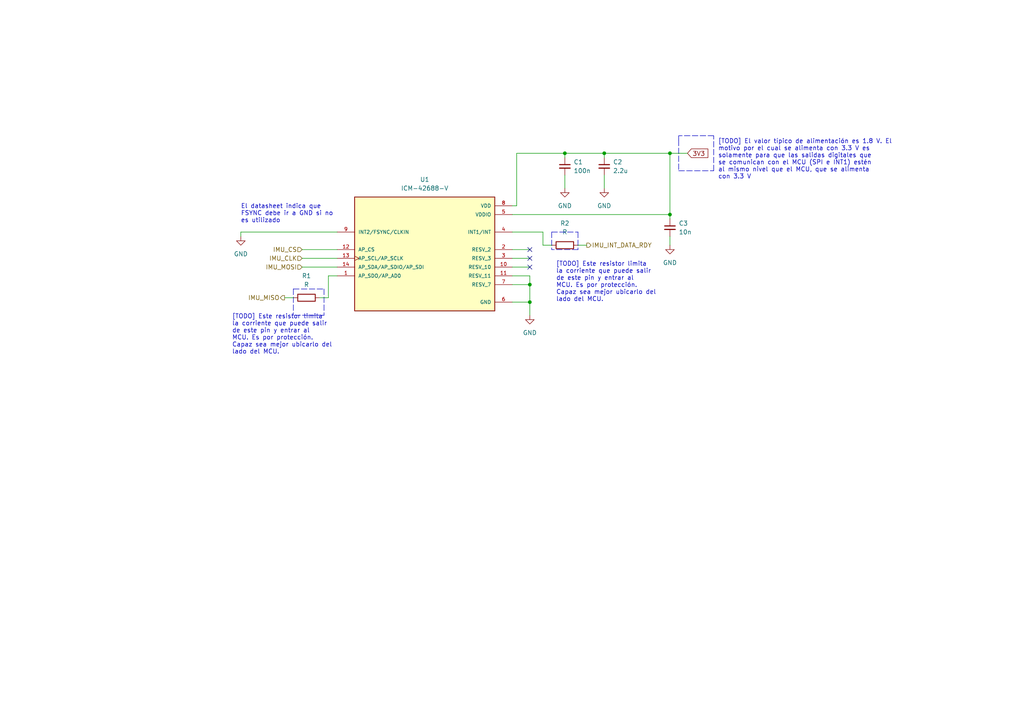
<source format=kicad_sch>
(kicad_sch (version 20211123) (generator eeschema)
  (paper "A4")
  (lib_symbols
    (symbol "Device:C_Small" (pin_numbers hide) (pin_names (offset 0.254) hide)
      (property "Reference" "C" (at 0.254 1.778 0))
      (property "Value" "C_Small" (at 0.254 -2.032 0))
      (symbol "C_Small_0_1"
        (polyline (pts (xy -1.524 -0.508) (xy 1.524 -0.508)) (stroke (width 0.3302)))
        (polyline (pts (xy -1.524 0.508) (xy 1.524 0.508)) (stroke (width 0.3048)))
      )
      (symbol "C_Small_1_1"
        (pin passive line (at 0 2.54 270) (length 2.032) (name "~") (number "1"))
        (pin passive line (at 0 -2.54 90) (length 2.032) (name "~") (number "2"))
      )
    )
    (symbol "Device:R" (pin_numbers hide) (pin_names (offset 0))
      (property "Reference" "R" (at 2.032 0 90))
      (property "Value" "R" (at 0 0 90))
      (symbol "R_0_1"
        (rectangle (start -1.016 -2.54) (end 1.016 2.54) (stroke (width 0.254)))
      )
      (symbol "R_1_1"
        (pin passive line (at 0 3.81 270) (length 1.27) (name "~") (number "1"))
        (pin passive line (at 0 -3.81 90) (length 1.27) (name "~") (number "2"))
      )
    )
    (symbol "ICM-42688-V:ICM-42688-V" (pin_names (offset 1.016))
      (property "Reference" "U" (at -20.32 16.002 0))
      (property "Value" "ICM-42688-V" (at -20.32 -20.32 0))
      (symbol "ICM-42688-V_0_0"
        (rectangle (start -20.32 -17.78) (end 20.32 15.24) (stroke (width 0.254)) (fill (type background)))
        (pin bidirectional line (at -25.4 -7.62 0) (length 5.08) (name "AP_SDO/AP_AD0") (number "1"))
        (pin passive line (at 25.4 -5.08 180) (length 5.08) (name "RESV_10") (number "10"))
        (pin passive line (at 25.4 -7.62 180) (length 5.08) (name "RESV_11") (number "11"))
        (pin input line (at -25.4 0 0) (length 5.08) (name "AP_CS") (number "12"))
        (pin input clock (at -25.4 -2.54 0) (length 5.08) (name "AP_SCL/AP_SCLK") (number "13"))
        (pin bidirectional line (at -25.4 -5.08 0) (length 5.08) (name "AP_SDA/AP_SDIO/AP_SDI") (number "14"))
        (pin passive line (at 25.4 0 180) (length 5.08) (name "RESV_2") (number "2"))
        (pin passive line (at 25.4 -2.54 180) (length 5.08) (name "RESV_3") (number "3"))
        (pin output line (at 25.4 5.08 180) (length 5.08) (name "INT1/INT") (number "4"))
        (pin power_in line (at 25.4 10.16 180) (length 5.08) (name "VDDIO") (number "5"))
        (pin power_in line (at 25.4 -15.24 180) (length 5.08) (name "GND") (number "6"))
        (pin passive line (at 25.4 -10.16 180) (length 5.08) (name "RESV_7") (number "7"))
        (pin power_in line (at 25.4 12.7 180) (length 5.08) (name "VDD") (number "8"))
        (pin bidirectional line (at -25.4 5.08 0) (length 5.08) (name "INT2/FSYNC/CLKIN") (number "9"))
      )
    )
    (symbol "power:GND" (power) (pin_names (offset 0))
      (property "Value" "GND" (at 0 -3.81 0))
      (symbol "GND_0_1"
        (polyline (pts (xy 0 0) (xy 0 -1.27) (xy 1.27 -1.27) (xy 0 -2.54) (xy -1.27 -1.27) (xy 0 -1.27)))
      )
      (symbol "GND_1_1"
        (pin power_in line (at 0 0 270) (length 0) hide (name "GND") (number "1"))
      )
    )
  )
  (junction (at 194.31 44.45))
  (junction (at 194.31 62.23))
  (junction (at 175.26 44.45))
  (junction (at 153.67 87.63))
  (junction (at 163.83 44.45))
  (junction (at 153.67 82.55))
  (no_connect (at 153.67 74.93))
  (no_connect (at 153.67 77.47))
  (no_connect (at 153.67 72.39))
  (wire (pts (xy 148.59 82.55) (xy 153.67 82.55)))
  (polyline (pts (xy 85.09 83.82) (xy 93.98 83.82)))
  (polyline (pts (xy 196.85 40.64) (xy 196.85 49.53)))
  (wire (pts (xy 92.71 86.36) (xy 95.25 86.36)))
  (wire (pts (xy 175.26 44.45) (xy 194.31 44.45)))
  (wire (pts (xy 97.79 67.31) (xy 69.85 67.31)))
  (polyline (pts (xy 160.02 67.31) (xy 160.02 72.39)))
  (polyline (pts (xy 85.09 83.82) (xy 85.09 91.44)))
  (wire (pts (xy 69.85 67.31) (xy 69.85 68.58)))
  (wire (pts (xy 95.25 80.01) (xy 97.79 80.01)))
  (polyline (pts (xy 196.85 49.53) (xy 207.01 49.53)))
  (wire (pts (xy 153.67 80.01) (xy 153.67 82.55)))
  (wire (pts (xy 175.26 50.8) (xy 175.26 54.61)))
  (wire (pts (xy 153.67 87.63) (xy 153.67 91.44)))
  (polyline (pts (xy 167.64 67.31) (xy 167.64 72.39)))
  (polyline (pts (xy 207.01 49.53) (xy 207.01 39.37)))
  (wire (pts (xy 82.55 86.36) (xy 85.09 86.36)))
  (wire (pts (xy 149.86 44.45) (xy 163.83 44.45)))
  (wire (pts (xy 148.59 80.01) (xy 153.67 80.01)))
  (polyline (pts (xy 167.64 72.39) (xy 160.02 72.39)))
  (wire (pts (xy 163.83 44.45) (xy 175.26 44.45)))
  (polyline (pts (xy 207.01 39.37) (xy 196.85 39.37)))
  (wire (pts (xy 163.83 44.45) (xy 163.83 45.72)))
  (wire (pts (xy 148.59 74.93) (xy 153.67 74.93)))
  (wire (pts (xy 148.59 77.47) (xy 153.67 77.47)))
  (wire (pts (xy 87.63 74.93) (xy 97.79 74.93)))
  (wire (pts (xy 163.83 50.8) (xy 163.83 54.61)))
  (wire (pts (xy 194.31 62.23) (xy 194.31 44.45)))
  (wire (pts (xy 160.02 71.12) (xy 157.48 71.12)))
  (wire (pts (xy 167.64 71.12) (xy 170.18 71.12)))
  (wire (pts (xy 194.31 62.23) (xy 194.31 63.5)))
  (wire (pts (xy 87.63 77.47) (xy 97.79 77.47)))
  (wire (pts (xy 148.59 59.69) (xy 149.86 59.69)))
  (polyline (pts (xy 93.98 83.82) (xy 93.98 91.44)))
  (wire (pts (xy 194.31 68.58) (xy 194.31 71.12)))
  (wire (pts (xy 194.31 44.45) (xy 199.39 44.45)))
  (wire (pts (xy 148.59 72.39) (xy 153.67 72.39)))
  (wire (pts (xy 153.67 82.55) (xy 153.67 87.63)))
  (wire (pts (xy 148.59 87.63) (xy 153.67 87.63)))
  (wire (pts (xy 95.25 80.01) (xy 95.25 86.36)))
  (wire (pts (xy 157.48 71.12) (xy 157.48 67.31)))
  (polyline (pts (xy 160.02 67.31) (xy 167.64 67.31)))
  (wire (pts (xy 149.86 44.45) (xy 149.86 59.69)))
  (wire (pts (xy 87.63 72.39) (xy 97.79 72.39)))
  (polyline (pts (xy 93.98 91.44) (xy 85.09 91.44)))
  (wire (pts (xy 175.26 44.45) (xy 175.26 45.72)))
  (wire (pts (xy 148.59 62.23) (xy 194.31 62.23)))
  (polyline (pts (xy 196.85 39.37) (xy 196.85 40.64)))
  (wire (pts (xy 148.59 67.31) (xy 157.48 67.31)))
  (text "El datasheet indica que \nFSYNC debe ir a GND si no\nes utilizado" (at 69.85 64.77 0) (effects (font (size 1.27 1.27)) (justify left bottom)))
  (text "[TODO] Este resistor limita\nla corriente que puede salir\nde este pin y entrar al\nMCU. Es por protección.\nCapaz sea mejor ubicarlo del\nlado del MCU." (at 67.31 102.87 0) (effects (font (size 1.27 1.27)) (justify left bottom)))
  (text "[TODO] El valor típico de alimentación es 1.8 V. El\nmotivo por el cual se alimenta con 3.3 V es \nsolamente para que las salidas digitales que\nse comunican con el MCU (SPI e INT1) estén\nal mismo nivel que el MCU, que se alimenta\ncon 3.3 V" (at 208.28 52.07 0) (effects (font (size 1.27 1.27)) (justify left bottom)))
  (text "[TODO] Este resistor limita\nla corriente que puede salir\nde este pin y entrar al\nMCU. Es por protección.\nCapaz sea mejor ubicarlo del\nlado del MCU." (at 161.29 87.63 0) (effects (font (size 1.27 1.27)) (justify left bottom)))
  (global_label "3V3" (shape input) (at 199.39 44.45 0) (property "Intersheet References" "${INTERSHEET_REFS}" (effects hide)))
  (hierarchical_label "IMU_MISO" (shape output) (at 82.55 86.36 180))
  (hierarchical_label "IMU_MOSI" (shape input) (at 87.63 77.47 180))
  (hierarchical_label "IMU_CLK" (shape input) (at 87.63 74.93 180))
  (hierarchical_label "IMU_CS" (shape input) (at 87.63 72.39 180))
  (hierarchical_label "IMU_INT_DATA_RDY" (shape output) (at 170.18 71.12 0))
  (symbol (lib_id "Device:R") (at 163.83 71.12 90) (unit 1)
    (property "Reference" "R2" (at 163.83 64.77 90))
    (property "Value" "R" (at 163.83 67.31 90))
  )
  (symbol (lib_id "power:GND") (at 69.85 68.58 0) (unit 1)
    (property "Reference" "#PWR01" (effects hide))
    (property "Value" "GND" (at 69.85 73.66 0))
  )
  (symbol (lib_id "Device:R") (at 88.9 86.36 90) (unit 1)
    (property "Reference" "R1" (at 88.9 80.01 90))
    (property "Value" "R" (at 88.9 82.55 90))
  )
  (symbol (lib_id "Device:C_Small") (at 163.83 48.26 0) (unit 1)
    (property "Reference" "C1" (at 166.37 46.9962 0) (effects (justify left)))
    (property "Value" "100n" (at 166.37 49.5362 0) (effects (justify left)))
  )
  (symbol (lib_id "ICM-42688-V:ICM-42688-V") (at 123.19 72.39 0) (unit 1)
    (property "Reference" "U1" (at 123.19 52.07 0))
    (property "Value" "ICM-42688-V" (at 123.19 54.61 0))
    (property "Footprint" "ICM-42688-V:PQFN50P300X250X97-14N" (effects hide))
    (property "MF" "TDK InvenSense" (effects hide))
    (property "Description" "Accelerometer, Gyroscope, 6 Axis Sensor Output" (effects hide))
    (property "Price" "None" (effects hide))
    (property "Purchase-URL" "https://pricing.snapeda.com/search/part/ICM-42688-V/?ref=eda" (effects hide))
    (property "Availability" "In Stock" (effects hide))
    (property "Package" "Package TDK - InvenSense" (effects hide))
    (property "MP" "ICM-42688-V" (effects hide))
  )
  (symbol (lib_id "power:GND") (at 153.67 91.44 0) (unit 1)
    (property "Reference" "#PWR02" (effects hide))
    (property "Value" "GND" (at 153.67 96.52 0))
  )
  (symbol (lib_id "Device:C_Small") (at 194.31 66.04 0) (unit 1)
    (property "Reference" "C3" (at 196.85 64.7762 0) (effects (justify left)))
    (property "Value" "10n" (at 196.85 67.3162 0) (effects (justify left)))
  )
  (symbol (lib_id "power:GND") (at 175.26 54.61 0) (unit 1)
    (property "Reference" "#PWR04" (effects hide))
    (property "Value" "GND" (at 175.26 59.69 0))
  )
  (symbol (lib_id "Device:C_Small") (at 175.26 48.26 0) (unit 1)
    (property "Reference" "C2" (at 177.8 46.9962 0) (effects (justify left)))
    (property "Value" "2.2u" (at 177.8 49.5362 0) (effects (justify left)))
  )
  (symbol (lib_id "power:GND") (at 163.83 54.61 0) (unit 1)
    (property "Reference" "#PWR03" (effects hide))
    (property "Value" "GND" (at 163.83 59.69 0))
  )
  (symbol (lib_id "power:GND") (at 194.31 71.12 0) (unit 1)
    (property "Reference" "#PWR05" (effects hide))
    (property "Value" "GND" (at 194.31 76.2 0))
  )
)
</source>
